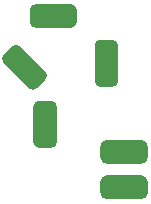
<source format=gtp>
%TF.GenerationSoftware,KiCad,Pcbnew,(5.1.6)-1*%
%TF.CreationDate,2020-06-08T02:24:45-04:00*%
%TF.ProjectId,HAT_SWITCH_BREAKOUT,4841545f-5357-4495-9443-485f42524541,rev?*%
%TF.SameCoordinates,Original*%
%TF.FileFunction,Paste,Top*%
%TF.FilePolarity,Positive*%
%FSLAX46Y46*%
G04 Gerber Fmt 4.6, Leading zero omitted, Abs format (unit mm)*
G04 Created by KiCad (PCBNEW (5.1.6)-1) date 2020-06-08 02:24:45*
%MOMM*%
%LPD*%
G01*
G04 APERTURE LIST*
G04 APERTURE END LIST*
%TO.C,J6*%
G36*
G01*
X124340999Y-109440999D02*
X121340999Y-109440999D01*
G75*
G02*
X120840999Y-108940999I0J500000D01*
G01*
X120840999Y-107940999D01*
G75*
G02*
X121340999Y-107440999I500000J0D01*
G01*
X124340999Y-107440999D01*
G75*
G02*
X124840999Y-107940999I0J-500000D01*
G01*
X124840999Y-108940999D01*
G75*
G02*
X124340999Y-109440999I-500000J0D01*
G01*
G37*
%TD*%
%TO.C,J5*%
G36*
G01*
X118340999Y-94940999D02*
X115340999Y-94940999D01*
G75*
G02*
X114840999Y-94440999I0J500000D01*
G01*
X114840999Y-93440999D01*
G75*
G02*
X115340999Y-92940999I500000J0D01*
G01*
X118340999Y-92940999D01*
G75*
G02*
X118840999Y-93440999I0J-500000D01*
G01*
X118840999Y-94440999D01*
G75*
G02*
X118340999Y-94940999I-500000J0D01*
G01*
G37*
%TD*%
%TO.C,J4*%
G36*
G01*
X114763838Y-100045992D02*
X112642518Y-97924671D01*
G75*
G02*
X112642518Y-97217565I353553J353553D01*
G01*
X113349625Y-96510458D01*
G75*
G02*
X114056731Y-96510458I353553J-353553D01*
G01*
X116178052Y-98631779D01*
G75*
G02*
X116178052Y-99338885I-353553J-353553D01*
G01*
X115470945Y-100045992D01*
G75*
G02*
X114763839Y-100045992I-353553J353553D01*
G01*
G37*
%TD*%
%TO.C,J3*%
G36*
G01*
X115156807Y-104612817D02*
X115156807Y-101612817D01*
G75*
G02*
X115656807Y-101112817I500000J0D01*
G01*
X116656807Y-101112817D01*
G75*
G02*
X117156807Y-101612817I0J-500000D01*
G01*
X117156807Y-104612817D01*
G75*
G02*
X116656807Y-105112817I-500000J0D01*
G01*
X115656807Y-105112817D01*
G75*
G02*
X115156807Y-104612817I0J500000D01*
G01*
G37*
%TD*%
%TO.C,J2*%
G36*
G01*
X121340999Y-104440999D02*
X124340999Y-104440999D01*
G75*
G02*
X124840999Y-104940999I0J-500000D01*
G01*
X124840999Y-105940999D01*
G75*
G02*
X124340999Y-106440999I-500000J0D01*
G01*
X121340999Y-106440999D01*
G75*
G02*
X120840999Y-105940999I0J500000D01*
G01*
X120840999Y-104940999D01*
G75*
G02*
X121340999Y-104440999I500000J0D01*
G01*
G37*
%TD*%
%TO.C,J1*%
G36*
G01*
X122340999Y-96440999D02*
X122340999Y-99440999D01*
G75*
G02*
X121840999Y-99940999I-500000J0D01*
G01*
X120840999Y-99940999D01*
G75*
G02*
X120340999Y-99440999I0J500000D01*
G01*
X120340999Y-96440999D01*
G75*
G02*
X120840999Y-95940999I500000J0D01*
G01*
X121840999Y-95940999D01*
G75*
G02*
X122340999Y-96440999I0J-500000D01*
G01*
G37*
%TD*%
M02*

</source>
